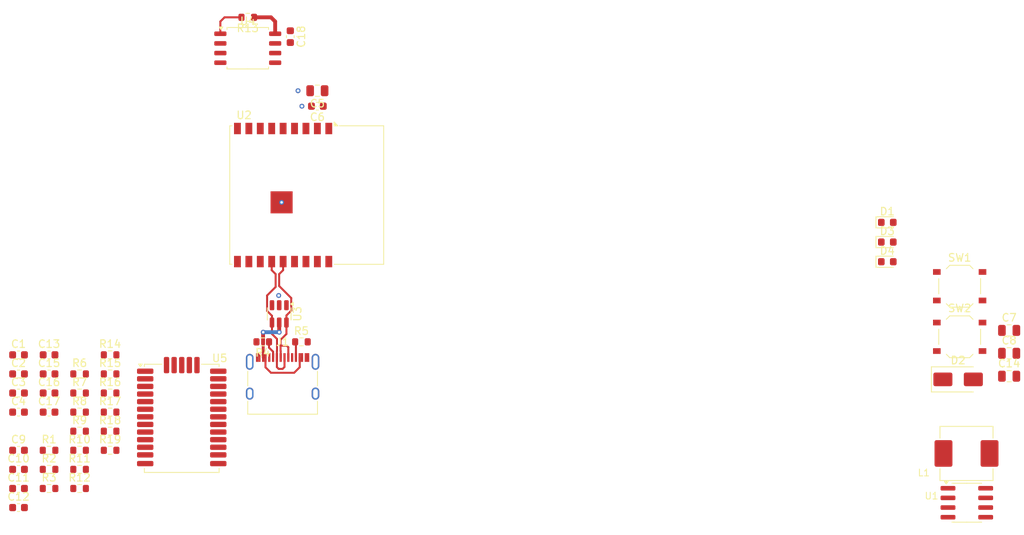
<source format=kicad_pcb>
(kicad_pcb (version 20241229) (generator "pcbnew") (generator_version "9.0")
  (layers (0 "F.Cu" signal) (2 "B.Cu" signal) (13 "F.Paste" user) (15 "B.Paste" user) (5 "F.SilkS" user "F.Silkscreen") (7 "B.SilkS" user "B.Silkscreen") (1 "F.Mask" user) (3 "B.Mask" user) (25 "Edge.Cuts" user))
  (net 0 "")
  (net 1 "VBUS")
  (net 2 "GND")
  (net 3 "/PH")
  (net 4 "/BOOT")
  (net 5 "+3V3")
  (net 6 "/COMP")
  (net 7 "/COMP_ZERO")
  (net 8 "/ESP32_EN")
  (net 9 "/BOOTMODE")
  (net 10 "/PWR_LED_C")
  (net 11 "/PPS_LED_C")
  (net 12 "/PPS")
  (net 13 "/FIX_3D_LED_C")
  (net 14 "/FIX_3D")
  (net 17 "/CONN_CC1")
  (net 18 "/USB_DP")
  (net 19 "/USB_DN")
  (net 20 "/CONN_CC2")
  (net 21 "/VSENSE")
  (net 22 "/I2C_SCLK")
  (net 23 "/I2C_SDA")
  (net 24 "Net-(U2-IO8)")
  (net 25 "/SPI2_SSEL")
  (net 26 "/RF_OUT")
  (net 27 "/RF_IN")
  (net 28 "/MCU_TX")
  (net 29 "/GPS_RX")
  (net 30 "/MCU_RX")
  (net 31 "/GPS_TX")
  (net 33 "/SPI2_MISO")
  (net 34 "/SPI2_MOSI")
  (net 36 "/SPI2_SCLK")
  (net 43 "/SLOWSTART")
  (net 44 "/BUCK_EN")
  (net 45 "/RESET")
  (footprint "Capacitor_SMD:C_0805_2012Metric" (layer "F.Cu") (at 199.588 99.041)
    (property "Reference" "C8" (at 0 -1.68 0) (layer "F.SilkS"))
    (property "Value" "47uF")
    (fp_line (start -0.261252 -0.735) (end 0.261252 -0.735) (stroke (width 0.12)) (layer "F.SilkS"))
    (fp_line (start -0.261252 0.735) (end 0.261252 0.735) (stroke (width 0.12)) (layer "F.SilkS"))
    (pad "1" smd roundrect (at -0.95 0) (size 1 1.45) (layers "F.Cu" "F.Mask" "F.Paste") (net 5 "+3V3"))
    (pad "2" smd roundrect (at 0.95 0) (size 1 1.45) (layers "F.Cu" "F.Mask" "F.Paste") (net 2 "GND"))
  )
  (footprint "Capacitor_SMD:C_0603_1608Metric" (layer "F.Cu") (at 73.465 104.265)
    (property "Reference" "C16" (at 0 -1.43 0) (layer "F.SilkS"))
    (property "Value" "100nF")
    (fp_line (start -0.14058 -0.51) (end 0.14058 -0.51) (stroke (width 0.12)) (layer "F.SilkS"))
    (fp_line (start -0.14058 0.51) (end 0.14058 0.51) (stroke (width 0.12)) (layer "F.SilkS"))
    (pad "1" smd roundrect (at -0.775 0) (size 0.9 0.95) (layers "F.Cu" "F.Mask" "F.Paste") (net 5 "+3V3"))
    (pad "2" smd roundrect (at 0.775 0) (size 0.9 0.95) (layers "F.Cu" "F.Mask" "F.Paste") (net 2 "GND"))
  )
  (footprint "Resistor_SMD:R_0603_1608Metric" (layer "F.Cu") (at 77.475 111.795)
    (property "Reference" "R10" (at 0 -1.43 0) (layer "F.SilkS"))
    (property "Value" "5k1")
    (fp_line (start -0.237258 -0.5225) (end 0.237258 -0.5225) (stroke (width 0.12)) (layer "F.SilkS"))
    (fp_line (start -0.237258 0.5225) (end 0.237258 0.5225) (stroke (width 0.12)) (layer "F.SilkS"))
    (pad "1" smd roundrect (at -0.825 0) (size 0.8 0.95) (layers "F.Cu" "F.Mask" "F.Paste") (net 5 "+3V3"))
    (pad "2" smd roundrect (at 0.825 0) (size 0.8 0.95) (layers "F.Cu" "F.Mask" "F.Paste") (net 23 "/I2C_SDA"))
  )
  (footprint "Capacitor_SMD:C_0603_1608Metric" (layer "F.Cu") (at 108.712 66.548 180)
    (property "Reference" "C6" (at 0 -1.43 0) (layer "F.SilkS"))
    (property "Value" "100nF")
    (fp_line (start -0.14058 0.51) (end 0.14058 0.51) (stroke (width 0.12)) (layer "F.SilkS"))
    (fp_line (start -0.14058 -0.51) (end 0.14058 -0.51) (stroke (width 0.12)) (layer "F.SilkS"))
    (pad "1" smd roundrect (at -0.775 0 180) (size 0.9 0.95) (layers "F.Cu" "F.Mask" "F.Paste") (net 5 "+3V3"))
    (pad "2" smd roundrect (at 0.775 0 180) (size 0.9 0.95) (layers "F.Cu" "F.Mask" "F.Paste") (net 2 "GND"))
  )
  (footprint "Resistor_SMD:R_0603_1608Metric" (layer "F.Cu") (at 101.537 97.536 180)
    (property "Reference" "R4" (at 0 -1.43 0) (layer "F.SilkS"))
    (property "Value" "5k1")
    (fp_line (start -0.237258 0.5225) (end 0.237258 0.5225) (stroke (width 0.12)) (layer "F.SilkS"))
    (fp_line (start -0.237258 -0.5225) (end 0.237258 -0.5225) (stroke (width 0.12)) (layer "F.SilkS"))
    (pad "1" smd roundrect (at -0.825 0 180) (size 0.8 0.95) (layers "F.Cu" "F.Mask" "F.Paste") (net 17 "/CONN_CC1"))
    (pad "2" smd roundrect (at 0.825 0 180) (size 0.8 0.95) (layers "F.Cu" "F.Mask" "F.Paste") (net 2 "GND"))
  )
  (footprint "Resistor_SMD:R_0603_1608Metric" (layer "F.Cu") (at 81.485 111.795)
    (property "Reference" "R19" (at 0 -1.43 0) (layer "F.SilkS"))
    (property "Value" "1k5")
    (fp_line (start -0.237258 -0.5225) (end 0.237258 -0.5225) (stroke (width 0.12)) (layer "F.SilkS"))
    (fp_line (start -0.237258 0.5225) (end 0.237258 0.5225) (stroke (width 0.12)) (layer "F.SilkS"))
    (pad "1" smd roundrect (at -0.825 0) (size 0.8 0.95) (layers "F.Cu" "F.Mask" "F.Paste") (net 2 "GND"))
    (pad "2" smd roundrect (at 0.825 0) (size 0.8 0.95) (layers "F.Cu" "F.Mask" "F.Paste") (net 11 "/PPS_LED_C"))
  )
  (footprint "Resistor_SMD:R_0603_1608Metric" (layer "F.Cu") (at 99.568 54.864 180)
    (property "Reference" "R13" (at 0 -1.43 0) (layer "F.SilkS"))
    (property "Value" "10k")
    (fp_line (start -0.237258 0.5225) (end 0.237258 0.5225) (stroke (width 0.12)) (layer "F.SilkS"))
    (fp_line (start -0.237258 -0.5225) (end 0.237258 -0.5225) (stroke (width 0.12)) (layer "F.SilkS"))
    (pad "1" smd roundrect (at -0.825 0 180) (size 0.8 0.95) (layers "F.Cu" "F.Mask" "F.Paste") (net 5 "+3V3"))
    (pad "2" smd roundrect (at 0.825 0 180) (size 0.8 0.95) (layers "F.Cu" "F.Mask" "F.Paste") (net 25 "/SPI2_SSEL"))
  )
  (footprint "Capacitor_SMD:C_0603_1608Metric" (layer "F.Cu") (at 69.455 111.795)
    (property "Reference" "C9" (at 0 -1.43 0) (layer "F.SilkS"))
    (property "Value" "1nF")
    (fp_line (start -0.14058 -0.51) (end 0.14058 -0.51) (stroke (width 0.12)) (layer "F.SilkS"))
    (fp_line (start -0.14058 0.51) (end 0.14058 0.51) (stroke (width 0.12)) (layer "F.SilkS"))
    (pad "1" smd roundrect (at -0.775 0) (size 0.9 0.95) (layers "F.Cu" "F.Mask" "F.Paste") (net 6 "/COMP"))
    (pad "2" smd roundrect (at 0.775 0) (size 0.9 0.95) (layers "F.Cu" "F.Mask" "F.Paste") (net 7 "/COMP_ZERO"))
  )
  (footprint "Resistor_SMD:R_0603_1608Metric" (layer "F.Cu") (at 106.617 97.536)
    (property "Reference" "R5" (at 0 -1.43 0) (layer "F.SilkS"))
    (property "Value" "5k1")
    (fp_line (start -0.237258 -0.5225) (end 0.237258 -0.5225) (stroke (width 0.12)) (layer "F.SilkS"))
    (fp_line (start -0.237258 0.5225) (end 0.237258 0.5225) (stroke (width 0.12)) (layer "F.SilkS"))
    (pad "1" smd roundrect (at -0.825 0) (size 0.8 0.95) (layers "F.Cu" "F.Mask" "F.Paste") (net 20 "/CONN_CC2"))
    (pad "2" smd roundrect (at 0.825 0) (size 0.8 0.95) (layers "F.Cu" "F.Mask" "F.Paste") (net 2 "GND"))
  )
  (footprint "Button_Switch_SMD:SW_Push_1P1T_XKB_TS-1187A" (layer "F.Cu") (at 193.088 90.221)
    (property "Reference" "SW1" (at 0 -3.75 0) (layer "F.SilkS"))
    (property "Value" "SW_Push")
    (fp_line (start -2.75 -1) (end -2.75 1) (stroke (width 0.12)) (layer "F.SilkS"))
    (fp_line (start -1.75 -2.3) (end -1.3 -2.75) (stroke (width 0.12)) (layer "F.SilkS"))
    (fp_line (start -1.75 2.3) (end -1.3 2.75) (stroke (width 0.12)) (layer "F.SilkS"))
    (fp_line (start -1.3 -2.75) (end 1.3 -2.75) (stroke (width 0.12)) (layer "F.SilkS"))
    (fp_line (start -1.3 2.75) (end 1.3 2.75) (stroke (width 0.12)) (layer "F.SilkS"))
    (fp_line (start 1.75 -2.3) (end 1.3 -2.75) (stroke (width 0.12)) (layer "F.SilkS"))
    (fp_line (start 1.75 2.3) (end 1.3 2.75) (stroke (width 0.12)) (layer "F.SilkS"))
    (fp_line (start 2.75 -1) (end 2.75 1) (stroke (width 0.12)) (layer "F.SilkS"))
    (pad "1" smd rect (at -3 -1.875) (size 1 0.75) (layers "F.Cu" "F.Mask" "F.Paste") (net 2 "GND"))
    (pad "1" smd rect (at 3 -1.875) (size 1 0.75) (layers "F.Cu" "F.Mask" "F.Paste") (net 2 "GND"))
    (pad "2" smd rect (at -3 1.875) (size 1 0.75) (layers "F.Cu" "F.Mask" "F.Paste") (net 8 "/ESP32_EN"))
    (pad "2" smd rect (at 3 1.875) (size 1 0.75) (layers "F.Cu" "F.Mask" "F.Paste") (net 8 "/ESP32_EN"))
  )
  (footprint "Resistor_SMD:R_0603_1608Metric" (layer "F.Cu") (at 77.475 109.285)
    (property "Reference" "R9" (at 0 -1.43 0) (layer "F.SilkS"))
    (property "Value" "5k1")
    (fp_line (start -0.237258 -0.5225) (end 0.237258 -0.5225) (stroke (width 0.12)) (layer "F.SilkS"))
    (fp_line (start -0.237258 0.5225) (end 0.237258 0.5225) (stroke (width 0.12)) (layer "F.SilkS"))
    (pad "1" smd roundrect (at -0.825 0) (size 0.8 0.95) (layers "F.Cu" "F.Mask" "F.Paste") (net 5 "+3V3"))
    (pad "2" smd roundrect (at 0.825 0) (size 0.8 0.95) (layers "F.Cu" "F.Mask" "F.Paste") (net 22 "/I2C_SCLK"))
  )
  (footprint "LED_SMD:LED_0603_1608Metric" (layer "F.Cu") (at 183.5785 84.412)
    (property "Reference" "D3" (at 0 -1.43 0) (layer "F.SilkS"))
    (property "Value" "NCD0603Y2")
    (fp_line (start -1.485 -0.735) (end -1.485 0.735) (stroke (width 0.12)) (layer "F.SilkS"))
    (fp_line (start -1.485 0.735) (end 0.8 0.735) (stroke (width 0.12)) (layer "F.SilkS"))
    (fp_line (start 0.8 -0.735) (end -1.485 -0.735) (stroke (width 0.12)) (layer "F.SilkS"))
    (pad "1" smd roundrect (at -0.7875 0) (size 0.875 0.95) (layers "F.Cu" "F.Mask" "F.Paste") (net 11 "/PPS_LED_C"))
    (pad "2" smd roundrect (at 0.7875 0) (size 0.875 0.95) (layers "F.Cu" "F.Mask" "F.Paste") (net 12 "/PPS"))
  )
  (footprint "LED_SMD:LED_0603_1608Metric" (layer "F.Cu") (at 183.5785 81.822)
    (property "Reference" "D1" (at 0 -1.43 0) (layer "F.SilkS"))
    (property "Value" "NCD0603Y2")
    (fp_line (start -1.485 -0.735) (end -1.485 0.735) (stroke (width 0.12)) (layer "F.SilkS"))
    (fp_line (start -1.485 0.735) (end 0.8 0.735) (stroke (width 0.12)) (layer "F.SilkS"))
    (fp_line (start 0.8 -0.735) (end -1.485 -0.735) (stroke (width 0.12)) (layer "F.SilkS"))
    (pad "1" smd roundrect (at -0.7875 0) (size 0.875 0.95) (layers "F.Cu" "F.Mask" "F.Paste") (net 10 "/PWR_LED_C"))
    (pad "2" smd roundrect (at 0.7875 0) (size 0.875 0.95) (layers "F.Cu" "F.Mask" "F.Paste") (net 5 "+3V3"))
  )
  (footprint "Package_SO:SOIC-8_5.23x5.23mm_P1.27mm" (layer "F.Cu") (at 99.568 58.928)
    (property "Reference" "U4" (at 0 -3.56 0) (layer "F.SilkS"))
    (property "Value" "W25Q128JVS")
    (fp_line (start -2.725 -2.725) (end -2.725 -2.465) (stroke (width 0.12)) (layer "F.SilkS"))
    (fp_line (start -2.725 2.725) (end -2.725 2.465) (stroke (width 0.12)) (layer "F.SilkS"))
    (fp_line (start 0 -2.725) (end -2.725 -2.725) (stroke (width 0.12)) (layer "F.SilkS"))
    (fp_line (start 0 -2.725) (end 2.725 -2.725) (stroke (width 0.12)) (layer "F.SilkS"))
    (fp_line (start 0 2.725) (end -2.725 2.725) (stroke (width 0.12)) (layer "F.SilkS"))
    (fp_line (start 0 2.725) (end 2.725 2.725) (stroke (width 0.12)) (layer "F.SilkS"))
    (fp_line (start 2.725 -2.725) (end 2.725 -2.465) (stroke (width 0.12)) (layer "F.SilkS"))
    (fp_line (start 2.725 2.725) (end 2.725 2.465) (stroke (width 0.12)) (layer "F.SilkS"))
    (fp_poly (pts (xy -3.5075 -2.465) (xy -3.7475 -2.795) (xy -3.2675 -2.795) (xy -3.5075 -2.465)) (stroke (width 0.12)) (fill yes) (layer "F.SilkS"))
    (pad "1" smd roundrect (at -3.6 -1.905) (size 1.6 0.6) (layers "F.Cu" "F.Mask" "F.Paste") (net 25 "/SPI2_SSEL"))
    (pad "2" smd roundrect (at -3.6 -0.635) (size 1.6 0.6) (layers "F.Cu" "F.Mask" "F.Paste") (net 33 "/SPI2_MISO"))
    (pad "3" smd roundrect (at -3.6 0.635) (size 1.6 0.6) (layers "F.Cu" "F.Mask" "F.Paste"))
    (pad "4" smd roundrect (at -3.6 1.905) (size 1.6 0.6) (layers "F.Cu" "F.Mask" "F.Paste") (net 2 "GND"))
    (pad "5" smd roundrect (at 3.6 1.905) (size 1.6 0.6) (layers "F.Cu" "F.Mask" "F.Paste") (net 34 "/SPI2_MOSI"))
    (pad "6" smd roundrect (at 3.6 0.635) (size 1.6 0.6) (layers "F.Cu" "F.Mask" "F.Paste") (net 36 "/SPI2_SCLK"))
    (pad "7" smd roundrect (at 3.6 -0.635) (size 1.6 0.6) (layers "F.Cu" "F.Mask" "F.Paste"))
    (pad "8" smd roundrect (at 3.6 -1.905) (size 1.6 0.6) (layers "F.Cu" "F.Mask" "F.Paste") (net 5 "+3V3"))
  )
  (footprint "Capacitor_SMD:C_0603_1608Metric" (layer "F.Cu") (at 69.455 99.245)
    (property "Reference" "C1" (at 0 -1.43 0) (layer "F.SilkS"))
    (property "Value" "4u7")
    (fp_line (start -0.14058 -0.51) (end 0.14058 -0.51) (stroke (width 0.12)) (layer "F.SilkS"))
    (fp_line (start -0.14058 0.51) (end 0.14058 0.51) (stroke (width 0.12)) (layer "F.SilkS"))
    (pad "1" smd roundrect (at -0.775 0) (size 0.9 0.95) (layers "F.Cu" "F.Mask" "F.Paste") (net 1 "VBUS"))
    (pad "2" smd roundrect (at 0.775 0) (size 0.9 0.95) (layers "F.Cu" "F.Mask" "F.Paste") (net 2 "GND"))
  )
  (footprint "Capacitor_SMD:C_0603_1608Metric" (layer "F.Cu") (at 69.455 106.775)
    (property "Reference" "C4" (at 0 -1.43 0) (layer "F.SilkS"))
    (property "Value" "100nF")
    (fp_line (start -0.14058 -0.51) (end 0.14058 -0.51) (stroke (width 0.12)) (layer "F.SilkS"))
    (fp_line (start -0.14058 0.51) (end 0.14058 0.51) (stroke (width 0.12)) (layer "F.SilkS"))
    (pad "1" smd roundrect (at -0.775 0) (size 0.9 0.95) (layers "F.Cu" "F.Mask" "F.Paste") (net 4 "/BOOT"))
    (pad "2" smd roundrect (at 0.775 0) (size 0.9 0.95) (layers "F.Cu" "F.Mask" "F.Paste") (net 3 "/PH"))
  )
  (footprint "Capacitor_SMD:C_0603_1608Metric" (layer "F.Cu") (at 69.455 114.305)
    (property "Reference" "C10" (at 0 -1.43 0) (layer "F.SilkS"))
    (property "Value" "47pF")
    (fp_line (start -0.14058 -0.51) (end 0.14058 -0.51) (stroke (width 0.12)) (layer "F.SilkS"))
    (fp_line (start -0.14058 0.51) (end 0.14058 0.51) (stroke (width 0.12)) (layer "F.SilkS"))
    (pad "1" smd roundrect (at -0.775 0) (size 0.9 0.95) (layers "F.Cu" "F.Mask" "F.Paste") (net 6 "/COMP"))
    (pad "2" smd roundrect (at 0.775 0) (size 0.9 0.95) (layers "F.Cu" "F.Mask" "F.Paste") (net 2 "GND"))
  )
  (footprint "Resistor_SMD:R_0603_1608Metric" (layer "F.Cu") (at 77.475 116.815)
    (property "Reference" "R12" (at 0 -1.43 0) (layer "F.SilkS"))
    (property "Value" "10k")
    (fp_line (start -0.237258 -0.5225) (end 0.237258 -0.5225) (stroke (width 0.12)) (layer "F.SilkS"))
    (fp_line (start -0.237258 0.5225) (end 0.237258 0.5225) (stroke (width 0.12)) (layer "F.SilkS"))
    (pad "1" smd roundrect (at -0.825 0) (size 0.8 0.95) (layers "F.Cu" "F.Mask" "F.Paste") (net 5 "+3V3"))
    (pad "2" smd roundrect (at 0.825 0) (size 0.8 0.95) (layers "F.Cu" "F.Mask" "F.Paste") (net 9 "/BOOTMODE"))
  )
  (footprint "Capacitor_SMD:C_0603_1608Metric" (layer "F.Cu") (at 73.465 99.245)
    (property "Reference" "C13" (at 0 -1.43 0) (layer "F.SilkS"))
    (property "Value" "4u7")
    (fp_line (start -0.14058 -0.51) (end 0.14058 -0.51) (stroke (width 0.12)) (layer "F.SilkS"))
    (fp_line (start -0.14058 0.51) (end 0.14058 0.51) (stroke (width 0.12)) (layer "F.SilkS"))
    (pad "1" smd roundrect (at -0.775 0) (size 0.9 0.95) (layers "F.Cu" "F.Mask" "F.Paste") (net 9 "/BOOTMODE"))
    (pad "2" smd roundrect (at 0.775 0) (size 0.9 0.95) (layers "F.Cu" "F.Mask" "F.Paste") (net 2 "GND"))
  )
  (footprint "Capacitor_SMD:C_0603_1608Metric" (layer "F.Cu") (at 73.465 101.755)
    (property "Reference" "C15" (at 0 -1.43 0) (layer "F.SilkS"))
    (property "Value" "100nF")
    (fp_line (start -0.14058 -0.51) (end 0.14058 -0.51) (stroke (width 0.12)) (layer "F.SilkS"))
    (fp_line (start -0.14058 0.51) (end 0.14058 0.51) (stroke (width 0.12)) (layer "F.SilkS"))
    (pad "1" smd roundrect (at -0.775 0) (size 0.9 0.95) (layers "F.Cu" "F.Mask" "F.Paste") (net 5 "+3V3"))
    (pad "2" smd roundrect (at 0.775 0) (size 0.9 0.95) (layers "F.Cu" "F.Mask" "F.Paste") (net 2 "GND"))
  )
  (footprint "Capacitor_SMD:C_0603_1608Metric" (layer "F.Cu") (at 105.156 57.404 -90)
    (property "Reference" "C18" (at 0 -1.43 90) (layer "F.SilkS"))
    (property "Value" "100nF")
    (fp_line (start -0.14058 0.51) (end 0.14058 0.51) (stroke (width 0.12)) (layer "F.SilkS"))
    (fp_line (start -0.14058 -0.51) (end 0.14058 -0.51) (stroke (width 0.12)) (layer "F.SilkS"))
    (pad "1" smd roundrect (at -0.775 0 270) (size 0.9 0.95) (layers "F.Cu" "F.Mask" "F.Paste") (net 5 "+3V3"))
    (pad "2" smd roundrect (at 0.775 0 270) (size 0.9 0.95) (layers "F.Cu" "F.Mask" "F.Paste") (net 2 "GND"))
  )
  (footprint "Resistor_SMD:R_0603_1608Metric" (layer "F.Cu") (at 73.465 114.305)
    (property "Reference" "R2" (at 0 -1.43 0) (layer "F.SilkS"))
    (property "Value" "1k5")
    (fp_line (start -0.237258 -0.5225) (end 0.237258 -0.5225) (stroke (width 0.12)) (layer "F.SilkS"))
    (fp_line (start -0.237258 0.5225) (end 0.237258 0.5225) (stroke (width 0.12)) (layer "F.SilkS"))
    (pad "1" smd roundrect (at -0.825 0) (size 0.8 0.95) (layers "F.Cu" "F.Mask" "F.Paste") (net 2 "GND"))
    (pad "2" smd roundrect (at 0.825 0) (size 0.8 0.95) (layers "F.Cu" "F.Mask" "F.Paste") (net 10 "/PWR_LED_C"))
  )
  (footprint "Capacitor_SMD:C_0603_1608Metric" (layer "F.Cu") (at 69.455 104.265)
    (property "Reference" "C3" (at 0 -1.43 0) (layer "F.SilkS"))
    (property "Value" "100nF")
    (fp_line (start -0.14058 -0.51) (end 0.14058 -0.51) (stroke (width 0.12)) (layer "F.SilkS"))
    (fp_line (start -0.14058 0.51) (end 0.14058 0.51) (stroke (width 0.12)) (layer "F.SilkS"))
    (pad "1" smd roundrect (at -0.775 0) (size 0.9 0.95) (layers "F.Cu" "F.Mask" "F.Paste") (net 1 "VBUS"))
    (pad "2" smd roundrect (at 0.775 0) (size 0.9 0.95) (layers "F.Cu" "F.Mask" "F.Paste") (net 2 "GND"))
  )
  (footprint "Resistor_SMD:R_0603_1608Metric" (layer "F.Cu") (at 81.485 106.775)
    (property "Reference" "R17" (at 0 -1.43 0) (layer "F.SilkS"))
    (property "Value" "0R")
    (fp_line (start -0.237258 -0.5225) (end 0.237258 -0.5225) (stroke (width 0.12)) (layer "F.SilkS"))
    (fp_line (start -0.237258 0.5225) (end 0.237258 0.5225) (stroke (width 0.12)) (layer "F.SilkS"))
    (pad "1" smd roundrect (at -0.825 0) (size 0.8 0.95) (layers "F.Cu" "F.Mask" "F.Paste") (net 29 "/GPS_RX"))
    (pad "2" smd roundrect (at 0.825 0) (size 0.8 0.95) (layers "F.Cu" "F.Mask" "F.Paste") (net 28 "/MCU_TX"))
  )
  (footprint "Resistor_SMD:R_0603_1608Metric" (layer "F.Cu") (at 77.475 114.305)
    (property "Reference" "R11" (at 0 -1.43 0) (layer "F.SilkS"))
    (property "Value" "10k")
    (fp_line (start -0.237258 -0.5225) (end 0.237258 -0.5225) (stroke (width 0.12)) (layer "F.SilkS"))
    (fp_line (start -0.237258 0.5225) (end 0.237258 0.5225) (stroke (width 0.12)) (layer "F.SilkS"))
    (pad "1" smd roundrect (at -0.825 0) (size 0.8 0.95) (layers "F.Cu" "F.Mask" "F.Paste") (net 5 "+3V3"))
    (pad "2" smd roundrect (at 0.825 0) (size 0.8 0.95) (layers "F.Cu" "F.Mask" "F.Paste") (net 24 "Net-(U2-IO8)"))
  )
  (footprint "LED_SMD:LED_0603_1608Metric" (layer "F.Cu") (at 183.5785 87.002)
    (property "Reference" "D4" (at 0 -1.43 0) (layer "F.SilkS"))
    (property "Value" "NCD0603Y2")
    (fp_line (start -1.485 -0.735) (end -1.485 0.735) (stroke (width 0.12)) (layer "F.SilkS"))
    (fp_line (start -1.485 0.735) (end 0.8 0.735) (stroke (width 0.12)) (layer "F.SilkS"))
    (fp_line (start 0.8 -0.735) (end -1.485 -0.735) (stroke (width 0.12)) (layer "F.SilkS"))
    (pad "1" smd roundrect (at -0.7875 0) (size 0.875 0.95) (layers "F.Cu" "F.Mask" "F.Paste") (net 13 "/FIX_3D_LED_C"))
    (pad "2" smd roundrect (at 0.7875 0) (size 0.875 0.95) (layers "F.Cu" "F.Mask" "F.Paste") (net 14 "/FIX_3D"))
  )
  (footprint "Capacitor_SMD:C_0603_1608Metric" (layer "F.Cu") (at 73.465 106.775)
    (property "Reference" "C17" (at 0 -1.43 0) (layer "F.SilkS"))
    (property "Value" "4u7")
    (fp_line (start -0.14058 -0.51) (end 0.14058 -0.51) (stroke (width 0.12)) (layer "F.SilkS"))
    (fp_line (start -0.14058 0.51) (end 0.14058 0.51) (stroke (width 0.12)) (layer "F.SilkS"))
    (pad "1" smd roundrect (at -0.775 0) (size 0.9 0.95) (layers "F.Cu" "F.Mask" "F.Paste") (net 5 "+3V3"))
    (pad "2" smd roundrect (at 0.775 0) (size 0.9 0.95) (layers "F.Cu" "F.Mask" "F.Paste") (net 2 "GND"))
  )
  (footprint "esp32-c3-gps-demo:ESP32-C3-WROOM-02_NoVias" (layer "F.Cu") (at 104.212 78.232 -90)
    (property "Reference" "U2" (at -10.5 5.13 0) (layer "F.SilkS"))
    (property "Value" "ESP32-C3-WROOM-02")
    (fp_line (start -9.11 7.01) (end 9.11 7.01) (stroke (width 0.12)) (layer "F.SilkS"))
    (fp_line (start -9.11 6.71) (end -9.11 7.01) (stroke (width 0.12)) (layer "F.SilkS"))
    (fp_line (start 9.11 6.71) (end 9.11 7.01) (stroke (width 0.12)) (layer "F.SilkS"))
    (fp_line (start -9.11 -13.21) (end -9.11 -7.4) (stroke (width 0.12)) (layer "F.SilkS"))
    (fp_line (start -9.11 -13.21) (end 9.11 -13.21) (stroke (width 0.12)) (layer "F.SilkS"))
    (fp_line (start 9.11 -13.21) (end 9.11 -6.71) (stroke (width 0.12)) (layer "F.SilkS"))
    (fp_poly (pts (xy -9.1 -6.7) (xy -9.6 -6.7) (xy -9.1 -7.2) (xy -9.1 -6.7)) (stroke (width 0.12)) (fill yes) (layer "F.SilkS"))
    (pad "1" smd rect (at -8.75 -6 270) (size 1.5 0.9) (layers "F.Cu" "F.Mask" "F.Paste") (net 5 "+3V3"))
    (pad "2" smd rect (at -8.75 -4.5 270) (size 1.5 0.9) (layers "F.Cu" "F.Mask" "F.Paste") (net 8 "/ESP32_EN"))
    (pad "3" smd rect (at -8.75 -3 270) (size 1.5 0.9) (layers "F.Cu" "F.Mask" "F.Paste") (net 36 "/SPI2_SCLK"))
    (pad "4" smd rect (at -8.75 -1.5 270) (size 1.5 0.9) (layers "F.Cu" "F.Mask" "F.Paste") (net 33 "/SPI2_MISO"))
    (pad "5" smd rect (at -8.75 0 270) (size 1.5 0.9) (layers "F.Cu" "F.Mask" "F.Paste") (net 34 "/SPI2_MOSI"))
    (pad "6" smd rect (at -8.75 1.5 270) (size 1.5 0.9) (layers "F.Cu" "F.Mask" "F.Paste") (net 25 "/SPI2_SSEL"))
    (pad "7" smd rect (at -8.75 3 270) (size 1.5 0.9) (layers "F.Cu" "F.Mask" "F.Paste") (net 24 "Net-(U2-IO8)"))
    (pad "8" smd rect (at -8.75 4.5 270) (size 1.5 0.9) (layers "F.Cu" "F.Mask" "F.Paste") (net 9 "/BOOTMODE"))
    (pad "9" smd rect (at -8.75 6 270) (size 1.5 0.9) (layers "F.Cu" "F.Mask" "F.Paste") (net 2 "GND"))
    (pad "10" smd rect (at 8.75 6 270) (size 1.5 0.9) (layers "F.Cu" "F.Mask" "F.Paste") (net 12 "/PPS"))
    (pad "11" smd rect (at 8.75 4.5 270) (size 1.5 0.9) (layers "F.Cu" "F.Mask" "F.Paste") (net 30 "/MCU_RX"))
    (pad "12" smd rect (at 8.75 3 270) (size 1.5 0.9) (layers "F.Cu" "F.Mask" "F.Paste") (net 28 "/MCU_TX"))
    (pad "13" smd rect (at 8.75 1.5 270) (size 1.5 0.9) (layers "F.Cu" "F.Mask" "F.Paste") (net 19 "/USB_DN"))
    (pad "14" smd rect (at 8.75 0 270) (size 1.5 0.9) (layers "F.Cu" "F.Mask" "F.Paste") (net 18 "/USB_DP"))
    (pad "15" smd rect (at 8.75 -1.5 270) (size 1.5 0.9) (layers "F.Cu" "F.Mask" "F.Paste") (net 22 "/I2C_SCLK"))
    (pad "16" smd rect (at 8.75 -3 270) (size 1.5 0.9) (layers "F.Cu" "F.Mask" "F.Paste") (net 23 "/I2C_SDA"))
    (pad "17" smd rect (at 8.75 -4.5 270) (size 1.5 0.9) (layers "F.Cu" "F.Mask" "F.Paste"))
    (pad "18" smd rect (at 8.75 -6 270) (size 1.5 0.9) (layers "F.Cu" "F.Mask" "F.Paste"))
    (pad "19" smd rect (at 0.96 0.2 270) (size 2.9 2.9) (property pad_prop_heatsink) (layers "F.Cu" "F.Mask") (net 2 "GND"))
  )
  (footprint "Resistor_SMD:R_0603_1608Metric" (layer "F.Cu") (at 73.465 116.815)
    (property "Reference" "R3" (at 0 -1.43 0) (layer "F.SilkS"))
    (property "Value" "10k")
    (fp_line (start -0.237258 -0.5225) (end 0.237258 -0.5225) (stroke (width 0.12)) (layer "F.SilkS"))
    (fp_line (start -0.237258 0.5225) (end 0.237258 0.5225) (stroke (width 0.12)) (layer "F.SilkS"))
    (pad "1" smd roundrect (at -0.825 0) (size 0.8 0.95) (layers "F.Cu" "F.Mask" "F.Paste") (net 5 "+3V3"))
    (pad "2" smd roundrect (at 0.825 0) (size 0.8 0.95) (layers "F.Cu" "F.Mask" "F.Paste") (net 8 "/ESP32_EN"))
  )
  (footprint "Diode_SMD:D_SMA" (layer "F.Cu") (at 192.883 102.471)
    (property "Reference" "D2" (at 0 -2.5 0) (layer "F.SilkS"))
    (property "Value" "SS34")
    (fp_line (start -3.51 -1.65) (end -3.51 1.65) (stroke (width 0.12)) (layer "F.SilkS"))
    (fp_line (start -3.51 -1.65) (end 2 -1.65) (stroke (width 0.12)) (layer "F.SilkS"))
    (fp_line (start -3.51 1.65) (end 2 1.65) (stroke (width 0.12)) (layer "F.SilkS"))
    (pad "1" smd roundrect (at -2 0) (size 2.5 1.8) (layers "F.Cu" "F.Mask" "F.Paste") (roundrect_rratio 0.1388888889) (net 3 "/PH"))
    (pad "2" smd roundrect (at 2 0) (size 2.5 1.8) (layers "F.Cu" "F.Mask" "F.Paste") (roundrect_rratio 0.1388888889) (net 2 "GND"))
  )
  (footprint "Capacitor_SMD:C_0805_2012Metric" (layer "F.Cu") (at 199.588 96.031)
    (property "Reference" "C7" (at 0 -1.68 0) (layer "F.SilkS"))
    (property "Value" "47uF")
    (fp_line (start -0.261252 -0.735) (end 0.261252 -0.735) (stroke (width 0.12)) (layer "F.SilkS"))
    (fp_line (start -0.261252 0.735) (end 0.261252 0.735) (stroke (width 0.12)) (layer "F.SilkS"))
    (pad "1" smd roundrect (at -0.95 0) (size 1 1.45) (layers "F.Cu" "F.Mask" "F.Paste") (net 5 "+3V3"))
    (pad "2" smd roundrect (at 0.95 0) (size 1 1.45) (layers "F.Cu" "F.Mask" "F.Paste") (net 2 "GND"))
  )
  (footprint "Package_SO:SOIC-8_3.9x4.9mm_P1.27mm" (layer "F.Cu") (at 194.0285 118.688)
    (property "Reference" "U1" (at -4.637 -0.889 0) (layer "F.SilkS") (effects (font (size 0.889 0.889) (thickness 0.127))))
    (property "Value" "TPS54331")
    (fp_line (start 0 -2.56) (end -1.95 -2.56) (stroke (width 0.12)) (layer "F.SilkS"))
    (fp_line (start 0 -2.56) (end 1.95 -2.56) (stroke (width 0.12)) (layer "F.SilkS"))
    (fp_line (start 0 2.56) (end -1.95 2.56) (stroke (width 0.12)) (layer "F.SilkS"))
    (fp_line (start 0 2.56) (end 1.95 2.56) (stroke (width 0.12)) (layer "F.SilkS"))
    (fp_poly (pts (xy -2.7 -2.465) (xy -2.94 -2.795) (xy -2.46 -2.795) (xy -2.7 -2.465)) (stroke (width 0.12)) (fill yes) (layer "F.SilkS"))
    (pad "1" smd roundrect (at -2.475 -1.905) (size 1.95 0.6) (layers "F.Cu" "F.Mask" "F.Paste") (net 4 "/BOOT"))
    (pad "2" smd roundrect (at -2.475 -0.635) (size 1.95 0.6) (layers "F.Cu" "F.Mask" "F.Paste") (net 1 "VBUS"))
    (pad "3" smd roundrect (at -2.475 0.635) (size 1.95 0.6) (layers "F.Cu" "F.Mask" "F.Paste") (net 44 "/BUCK_EN"))
    (pad "4" smd roundrect (at -2.475 1.905) (size 1.95 0.6) (layers "F.Cu" "F.Mask" "F.Paste") (net 43 "/SLOWSTART"))
    (pad "5" smd roundrect (at 2.475 1.905) (size 1.95 0.6) (layers "F.Cu" "F.Mask" "F.Paste") (net 21 "/VSENSE"))
    (pad "6" smd roundrect (at 2.475 0.635) (size 1.95 0.6) (layers "F.Cu" "F.Mask" "F.Paste") (net 6 "/COMP"))
    (pad "7" smd roundrect (at 2.475 -0.635) (size 1.95 0.6) (layers "F.Cu" "F.Mask" "F.Paste") (net 2 "GND"))
    (pad "8" smd roundrect (at 2.475 -1.905) (size 1.95 0.6) (layers "F.Cu" "F.Mask" "F.Paste") (net 3 "/PH"))
  )
  (footprint "Package_TO_SOT_SMD:SOT-23-6" (layer "F.Cu") (at 103.698 93.8585 -90)
    (property "Reference" "U3" (at 0 -2.4 90) (layer "F.SilkS"))
    (property "Value" "SRV05-4")
    (fp_line (start 0 1.56) (end -0.8 1.56) (stroke (width 0.12)) (layer "F.SilkS"))
    (fp_line (start 0 1.56) (end 0.8 1.56) (stroke (width 0.12)) (layer "F.SilkS"))
    (fp_line (start 0 -1.56) (end -0.8 -1.56) (stroke (width 0.12)) (layer "F.SilkS"))
    (fp_line (start 0 -1.56) (end 0.8 -1.56) (stroke (width 0.12)) (layer "F.SilkS"))
    (fp_poly (pts (xy -1.3 -1.51) (xy -1.54 -1.84) (xy -1.06 -1.84) (xy -1.3 -1.51)) (stroke (width 0.12)) (fill yes) (layer "F.SilkS"))
    (pad "1" smd roundrect (at -1.1375 -0.95 270) (size 1.325 0.6) (layers "F.Cu" "F.Mask" "F.Paste"))
    (pad "2" smd roundrect (at -1.1375 0 270) (size 1.325 0.6) (layers "F.Cu" "F.Mask" "F.Paste") (net 2 "GND"))
    (pad "3" smd roundrect (at -1.1375 0.95 270) (size 1.325 0.6) (layers "F.Cu" "F.Mask" "F.Paste"))
    (pad "4" smd roundrect (at 1.1375 0.95 270) (size 1.325 0.6) (layers "F.Cu" "F.Mask" "F.Paste") (net 19 "/USB_DN"))
    (pad "5" smd roundrect (at 1.1375 0 270) (size 1.325 0.6) (layers "F.Cu" "F.Mask" "F.Paste") (net 1 "VBUS"))
    (pad "6" smd roundrect (at 1.1375 -0.95 270) (size 1.325 0.6) (layers "F.Cu" "F.Mask" "F.Paste") (net 18 "/USB_DP"))
  )
  (footprint "Button_Switch_SMD:SW_Push_1P1T_XKB_TS-1187A" (layer "F.Cu") (at 193.088 96.871)
    (property "Reference" "SW2" (at 0 -3.75 0) (layer "F.SilkS"))
    (property "Value" "SW_Push")
    (fp_line (start -2.75 -1) (end -2.75 1) (stroke (width 0.12)) (layer "F.SilkS"))
    (fp_line (start -1.75 -2.3) (end -1.3 -2.75) (stroke (width 0.12)) (layer "F.SilkS"))
    (fp_line (start -1.75 2.3) (end -1.3 2.75) (stroke (width 0.12)) (layer "F.SilkS"))
    (fp_line (start -1.3 -2.75) (end 1.3 -2.75) (stroke (width 0.12)) (layer "F.SilkS"))
    (fp_line (start -1.3 2.75) (end 1.3 2.75) (stroke (width 0.12)) (layer "F.SilkS"))
    (fp_line (start 1.75 -2.3) (end 1.3 -2.75) (stroke (width 0.12)) (layer "F.SilkS"))
    (fp_line (start 1.75 2.3) (end 1.3 2.75) (stroke (width 0.12)) (layer "F.SilkS"))
    (fp_line (start 2.75 -1) (end 2.75 1) (stroke (width 0.12)) (layer "F.SilkS"))
    (pad "1" smd rect (at -3 -1.875) (size 1 0.75) (layers "F.Cu" "F.Mask" "F.Paste") (net 2 "GND"))
    (pad "1" smd rect (at 3 -1.875) (size 1 0.75) (layers "F.Cu" "F.Mask" "F.Paste") (net 2 "GND"))
    (pad "2" smd rect (at -3 1.875) (size 1 0.75) (layers "F.Cu" "F.Mask" "F.Paste") (net 9 "/BOOTMODE"))
    (pad "2" smd rect (at 3 1.875) (size 1 0.75) (layers "F.Cu" "F.Mask" "F.Paste") (net 9 "/BOOTMODE"))
  )
  (footprint "Resistor_SMD:R_0603_1608Metric" (layer "F.Cu") (at 81.485 104.265)
    (property "Reference" "R16" (at 0 -1.43 0) (layer "F.SilkS"))
    (property "Value" "0R")
    (fp_line (start -0.237258 -0.5225) (end 0.237258 -0.5225) (stroke (width 0.12)) (layer "F.SilkS"))
    (fp_line (start -0.237258 0.5225) (end 0.237258 0.5225) (stroke (width 0.12)) (layer "F.SilkS"))
    (pad "1" smd roundrect (at -0.825 0) (size 0.8 0.95) (layers "F.Cu" "F.Mask" "F.Paste") (net 31 "/GPS_TX"))
    (pad "2" smd roundrect (at 0.825 0) (size 0.8 0.95) (layers "F.Cu" "F.Mask" "F.Paste") (net 30 "/MCU_RX"))
  )
  (footprint "Resistor_SMD:R_0603_1608Metric" (layer "F.Cu") (at 77.475 101.755)
    (property "Reference" "R6" (at 0 -1.43 0) (layer "F.SilkS"))
    (property "Value" "10k")
    (fp_line (start -0.237258 -0.5225) (end 0.237258 -0.5225) (stroke (width 0.12)) (layer "F.SilkS"))
    (fp_line (start -0.237258 0.5225) (end 0.237258 0.5225) (stroke (width 0.12)) (layer "F.SilkS"))
    (pad "1" smd roundrect (at -0.825 0) (size 0.8 0.95) (layers "F.Cu" "F.Mask" "F.Paste") (net 5 "+3V3"))
    (pad "2" smd roundrect (at 0.825 0) (size 0.8 0.95) (layers "F.Cu" "F.Mask" "F.Paste") (net 21 "/VSENSE"))
  )
  (footprint "Resistor_SMD:R_0603_1608Metric" (layer "F.Cu") (at 81.485 101.755)
    (property "Reference" "R15" (at 0 -1.43 0) (layer "F.SilkS"))
    (property "Value" "0R")
    (fp_line (start -0.237258 -0.5225) (end 0.237258 -0.5225) (stroke (width 0.12)) (layer "F.SilkS"))
    (fp_line (start -0.237258 0.5225) (end 0.237258 0.5225) (stroke (width 0.12)) (layer "F.SilkS"))
    (pad "1" smd roundrect (at -0.825 0) (size 0.8 0.95) (layers "F.Cu" "F.Mask" "F.Paste") (net 26 "/RF_OUT"))
    (pad "2" smd roundrect (at 0.825 0) (size 0.8 0.95) (layers "F.Cu" "F.Mask" "F.Paste") (net 27 "/RF_IN"))
  )
  (footprint "RF_GPS:Quectel_L96" (layer "F.Cu") (at 90.895 107.595)
    (property "Reference" "U5" (at 4.99 -7.91 0) (layer "F.SilkS"))
    (property "Value" "L96-M33")
    (fp_line (start -4.91 -7.11) (end -2.61 -7.11) (stroke (width 0.12)) (layer "F.SilkS"))
    (fp_line (start -4.91 -6.81) (end -4.91 -7.11) (stroke (width 0.12)) (layer "F.SilkS"))
    (fp_line (start -4.91 7.11) (end -4.91 6.56) (stroke (width 0.12)) (layer "F.SilkS"))
    (fp_line (start 2.61 -7.11) (end 4.91 -7.11) (stroke (width 0.12)) (layer "F.SilkS"))
    (fp_line (start 4.91 -7.11) (end 4.91 -6.81) (stroke (width 0.12)) (layer "F.SilkS"))
    (fp_line (start 4.91 7.11) (end -4.91 7.11) (stroke (width 0.12)) (layer "F.SilkS"))
    (fp_line (start 4.91 7.11) (end 4.91 6.56) (stroke (width 0.12)) (layer "F.SilkS"))
    (fp_poly (pts (xy -5.43 -6.81) (xy -5.67 -7.14) (xy -5.19 -7.14) (xy -5.43 -6.81)) (stroke (width 0.12)) (fill yes) (layer "F.SilkS"))
    (pad "1" smd roundrect (at -4.8 -6.2) (size 2.15 0.7) (layers "F.Cu" "F.Mask" "F.Paste"))
    (pad "2" smd roundrect (at -4.8 -5.2) (size 2.15 0.7) (layers "F.Cu" "F.Mask" "F.Paste") (net 14 "/FIX_3D"))
    (pad "3" smd roundrect (at -4.8 -4.2) (size 2.15 0.7) (layers "F.Cu" "F.Mask" "F.Paste") (net 22 "/I2C_SCLK"))
    (pad "4" smd roundrect (at -4.8 -3.2) (size 2.15 0.7) (layers "F.Cu" "F.Mask" "F.Paste") (net 2 "GND"))
    (pad "5" smd roundrect (at -4.8 -2.2) (size 2.15 0.7) (layers "F.Cu" "F.Mask" "F.Paste") (net 2 "GND"))
    (pad "6" smd roundrect (at -4.8 -1.2) (size 2.15 0.7) (layers "F.Cu" "F.Mask" "F.Paste") (net 23 "/I2C_SDA"))
    (pad "7" smd roundrect (at -4.8 -0.2) (size 2.15 0.7) (layers "F.Cu" "F.Mask" "F.Paste"))
    (pad "8" smd roundrect (at -4.8 0.8) (size 2.15 0.7) (layers "F.Cu" "F.Mask" "F.Paste") (net 5 "+3V3"))
    (pad "9" smd roundrect (at -4.8 1.8) (size 2.15 0.7) (layers "F.Cu" "F.Mask" "F.Paste") (net 5 "+3V3"))
    (pad "10" smd roundrect (at -4.8 2.8) (size 2.15 0.7) (layers "F.Cu" "F.Mask" "F.Paste") (net 2 "GND"))
    (pad "11" smd roundrect (at -4.8 3.8) (size 2.15 0.7) (layers "F.Cu" "F.Mask" "F.Paste") (net 2 "GND"))
    (pad "12" smd roundrect (at -4.8 4.8) (size 2.15 0.7) (layers "F.Cu" "F.Mask" "F.Paste") (net 2 "GND"))
    (pad "13" smd roundrect (at -4.8 5.95) (size 2.15 0.7) (layers "F.Cu" "F.Mask" "F.Paste") (net 2 "GND"))
    (pad "14" smd roundrect (at 4.8 5.95) (size 2.15 0.7) (layers "F.Cu" "F.Mask" "F.Paste") (net 2 "GND"))
    (pad "15" smd roundrect (at 4.8 4.8) (size 2.15 0.7) (layers "F.Cu" "F.Mask" "F.Paste") (net 2 "GND"))
    (pad "16" smd roundrect (at 4.8 3.8) (size 2.15 0.7) (layers "F.Cu" "F.Mask" "F.Paste") (net 26 "/RF_OUT"))
    (pad "17" smd roundrect (at 4.8 2.8) (size 2.15 0.7) (layers "F.Cu" "F.Mask" "F.Paste") (net 27 "/RF_IN"))
    (pad "18" smd roundrect (at 4.8 1.8) (size 2.15 0.7) (layers "F.Cu" "F.Mask" "F.Paste") (net 2 "GND"))
    (pad "19" smd roundrect (at 4.8 0.8) (size 2.15 0.7) (layers "F.Cu" "F.Mask" "F.Paste") (net 2 "GND"))
    (pad "20" smd roundrect (at 4.8 -0.2) (size 2.15 0.7) (layers "F.Cu" "F.Mask" "F.Paste"))
    (pad "21" smd roundrect (at 4.8 -1.2) (size 2.15 0.7) (layers "F.Cu" "F.Mask" "F.Paste") (net 2 "GND"))
    (pad "22" smd roundrect (at 4.8 -2.2) (size 2.15 0.7) (layers "F.Cu" "F.Mask" "F.Paste") (net 2 "GND"))
    (pad "23" smd roundrect (at 4.8 -3.2) (size 2.15 0.7) (layers "F.Cu" "F.Mask" "F.Paste") (net 45 "/RESET"))
    (pad "24" smd roundrect (at 4.8 -4.2) (size 2.15 0.7) (layers "F.Cu" "F.Mask" "F.Paste"))
    (pad "25" smd roundrect (at 4.8 -5.2) (size 2.15 0.7) (layers "F.Cu" "F.Mask" "F.Paste") (net 31 "/GPS_TX"))
    (pad "26" smd roundrect (at 4.8 -6.2) (size 2.15 0.7) (layers "F.Cu" "F.Mask" "F.Paste") (net 29 "/GPS_RX"))
    (pad "27" smd roundrect (at 2 -7 90) (size 2.15 0.7) (layers "F.Cu" "F.Mask" "F.Paste") (net 2 "GND"))
    (pad "28" smd roundrect (at 1 -7 90) (size 2.15 0.7) (layers "F.Cu" "F.Mask" "F.Paste"))
    (pad "29" smd roundrect (at 0 -7 90) (size 2.15 0.7) (layers "F.Cu" "F.Mask" "F.Paste") (net 12 "/PPS"))
    (pad "30" smd roundrect (at -1 -7 90) (size 2.15 0.7) (layers "F.Cu" "F.Mask" "F.Paste"))
    (pad "31" smd roundrect (at -2 -7 90) (size 2.15 0.7) (layers "F.Cu" "F.Mask" "F.Paste") (net 2 "GND"))
  )
  (footprint "Connector_USB:USB_C_Receptacle_XKB_U262-16XN-4BVC11" (layer "F.Cu") (at 104.145 103.265)
    (property "Reference" "J1" (at 0 -5.715 0) (layer "F.SilkS"))
    (property "Value" "USB_C_Receptacle_USB2.0_16P")
    (fp_line (start -4.58 -1.85) (end -4.58 0.07) (stroke (width 0.12)) (layer "F.SilkS"))
    (fp_line (start -4.58 3.785) (end -4.58 2.08) (stroke (width 0.12)) (layer "F.SilkS"))
    (fp_line (start 4.58 0.07) (end 4.58 -1.85) (stroke (width 0.12)) (layer "F.SilkS"))
    (fp_line (start 4.58 2.08) (end 4.58 3.785) (stroke (width 0.12)) (layer "F.SilkS"))
    (fp_line (start 4.58 3.785) (end -4.58 3.785) (stroke (width 0.12)) (layer "F.SilkS"))
    (pad "" np_thru_hole circle (at -2.89 -2.605) (size 0.65 0.65) (drill 0.65) (layers "*.Cu" "*.Mask"))
    (pad "" np_thru_hole circle (at 2.89 -2.605) (size 0.65 0.65) (drill 0.65) (layers "*.Cu" "*.Mask"))
    (pad "A1" smd rect (at -3.35 -3.67) (size 0.3 1.15) (layers "F.Cu" "F.Mask" "F.Paste") (net 2 "GND"))
    (pad "A4" smd rect (at -2.55 -3.67) (size 0.3 1.15) (layers "F.Cu" "F.Mask" "F.Paste") (net 1 "VBUS"))
    (pad "A5" smd rect (at -1.25 -3.67) (size 0.3 1.15) (layers "F.Cu" "F.Mask" "F.Paste") (net 17 "/CONN_CC1"))
    (pad "A6" smd rect (at -0.25 -3.67) (size 0.3 1.15) (layers "F.Cu" "F.Mask" "F.Paste") (net 18 "/USB_DP"))
    (pad "A7" smd rect (at 0.25 -3.67) (size 0.3 1.15) (layers "F.Cu" "F.Mask" "F.Paste") (net 19 "/USB_DN"))
    (pad "A8" smd rect (at 1.25 -3.67) (size 0.3 1.15) (layers "F.Cu" "F.Mask" "F.Paste"))
    (pad "A9" smd rect (at 2.55 -3.67) (size 0.3 1.15) (layers "F.Cu" "F.Mask" "F.Paste") (net 1 "VBUS"))
    (pad "A12" smd rect (at 3.35 -3.67) (size 0.3 1.15) (layers "F.Cu" "F.Mask" "F.Paste") (net 2 "GND"))
    (pad "B1" smd rect (at 3.05 -3.67) (size 0.3 1.15) (layers "F.Cu" "F.Mask" "F.Paste") (net 2 "GND"))
    (pad "B4" smd rect (at 2.25 -3.67) (size 0.3 1.15) (layers "F.Cu" "F.Mask" "F.Paste") (net 1 "VBUS"))
    (pad "B5" smd rect (at 1.75 -3.67) (size 0.3 1.15) (layers "F.Cu" "F.Mask" "F.Paste") (net 20 "/CONN_CC2"))
    (pad "B6" smd rect (at 0.75 -3.67) (size 0.3 1.15) (layers "F.Cu" "F.Mask" "F.Paste") (net 18 "/USB_DP"))
    (pad "B7" smd rect (at -0.75 -3.67) (size 0.3 1.15) (layers "F.Cu" "F.Mask" "F.Paste") (net 19 "/USB_DN"))
    (pad "B8" smd rect (at -1.75 -3.67) (size 0.3 1.15) (layers "F.Cu" "F.Mask" "F.Paste"))
    (pad "B9" smd rect (at -2.25 -3.67) (size 0.3 1.15) (layers "F.Cu" "F.Mask" "F.Paste") (net 1 "VBUS"))
    (pad "B12" smd rect (at -3.05 -3.67) (size 0.3 1.15) (layers "F.Cu" "F.Mask" "F.Paste") (net 2 "GND"))
    (pad "S1" thru_hole oval (at -4.32 -3.105) (size 1 2.1) (drill oval 0.6 1.7) (property pad_prop_heatsink) (layers "*.Cu" "*.Mask") (net 2 "GND"))
    (pad "S1" thru_hole oval (at -4.32 1.075) (size 1 1.6) (drill oval 0.6 1.2) (property pad_prop_heatsink) (layers "*.Cu" "*.Mask") (net 2 "GND"))
    (pad "S1" thru_hole oval (at 4.32 -3.105) (size 1 2.1) (drill oval 0.6 1.7) (property pad_prop_heatsink) (layers "*.Cu" "*.Mask") (net 2 "GND"))
    (pad "S1" thru_hole oval (at 4.32 1.075) (size 1 1.6) (drill oval 0.6 1.2) (property pad_prop_heatsink) (layers "*.Cu" "*.Mask") (net 2 "GND"))
  )
  (footprint "Capacitor_SMD:C_0603_1608Metric" (layer "F.Cu") (at 69.455 116.815)
    (property "Reference" "C11" (at 0 -1.43 0) (layer "F.SilkS"))
    (property "Value" "10nF")
    (fp_line (start -0.14058 -0.51) (end 0.14058 -0.51) (stroke (width 0.12)) (layer "F.SilkS"))
    (fp_line (start -0.14058 0.51) (end 0.14058 0.51) (stroke (width 0.12)) (layer "F.SilkS"))
    (pad "1" smd roundrect (at -0.775 0) (size 0.9 0.95) (layers "F.Cu" "F.Mask" "F.Paste") (net 43 "/SLOWSTART"))
    (pad "2" smd roundrect (at 0.775 0) (size 0.9 0.95) (layers "F.Cu" "F.Mask" "F.Paste") (net 2 "GND"))
  )
  (footprint "Inductor_SMD:L_Changjiang_FXL0630" (layer "F.Cu") (at 193.9865 112.211 180)
    (property "Reference" "L1" (at 5.611 -2.54 0) (layer "F.SilkS") (effects (font (size 0.889 0.889) (thickness 0.127))))
    (property "Value" "10uH")
    (fp_line (start 3.485 3.56) (end 3.485 2.01) (stroke (width 0.12)) (layer "F.SilkS"))
    (fp_line (start 3.485 -3.56) (end 3.485 -2.01) (stroke (width 0.12)) (layer "F.SilkS"))
    (fp_line (start -3.485 3.56) (end 3.485 3.56) (stroke (width 0.12)) (layer "F.SilkS"))
    (fp_line (start -3.485 3.56) (end -3.485 2.01) (stroke (width 0.12)) (layer "F.SilkS"))
    (fp_line (start -3.485 -3.56) (end 3.485 -3.56) (stroke (width 0.12)) (layer "F.SilkS"))
    (fp_line (start -3.485 -3.56) (end -3.485 -2.01) (stroke (width 0.12)) (layer "F.SilkS"))
    (pad "1" smd roundrect (at -3.025 0 180) (size 2.35 3.5) (layers "F.Cu" "F.Mask" "F.Paste") (roundrect_rratio 0.106383) (net 3 "/PH"))
    (pad "2" smd roundrect (at 3.025 0 180) (size 2.35 3.5) (layers "F.Cu" "F.Mask" "F.Paste") (roundrect_rratio 0.106383) (net 5 "+3V3"))
  )
  (footprint "Resistor_SMD:R_0603_1608Metric" (layer "F.Cu") (at 81.485 109.285)
    (property "Reference" "R18" (at 0 -1.43 0) (layer "F.SilkS"))
    (property "Value" "1k5")
    (fp_line (start -0.237258 -0.5225) (end 0.237258 -0.5225) (stroke (width 0.12)) (layer "F.SilkS"))
    (fp_line (start -0.237258 0.5225) (end 0.237258 0.5225) (stroke (width 0.12)) (layer "F.SilkS"))
    (pad "1" smd roundrect (at -0.825 0) (size 0.8 0.95) (layers "F.Cu" "F.Mask" "F.Paste") (net 2 "GND"))
    (pad "2" smd roundrect (at 0.825 0) (size 0.8 0.95) (layers "F.Cu" "F.Mask" "F.Paste") (net 13 "/FIX_3D_LED_C"))
  )
  (footprint "Resistor_SMD:R_0603_1608Metric" (layer "F.Cu") (at 81.485 99.245)
    (property "Reference" "R14" (at 0 -1.43 0) (layer "F.SilkS"))
    (property "Value" "10k")
    (fp_line (start -0.237258 -0.5225) (end 0.237258 -0.5225) (stroke (width 0.12)) (layer "F.SilkS"))
    (fp_line (start -0.237258 0.5225) (end 0.237258 0.5225) (stroke (width 0.12)) (layer "F.SilkS"))
    (pad "1" smd roundrect (at -0.825 0) (size 0.8 0.95) (layers "F.Cu" "F.Mask" "F.Paste") (net 5 "+3V3"))
    (pad "2" smd roundrect (at 0.825 0) (size 0.8 0.95) (layers "F.Cu" "F.Mask" "F.Paste") (net 45 "/RESET"))
  )
  (footprint "Resistor_SMD:R_0603_1608Metric" (layer "F.Cu") (at 73.465 111.795)
    (property "Reference" "R1" (at 0 -1.43 0) (layer "F.SilkS"))
    (property "Value" "10k")
    (fp_line (start -0.237258 -0.5225) (end 0.237258 -0.5225) (stroke (width 0.12)) (layer "F.SilkS"))
    (fp_line (start -0.237258 0.5225) (end 0.237258 0.5225) (stroke (width 0.12)) (layer "F.SilkS"))
    (pad "1" smd roundrect (at -0.825 0) (size 0.8 0.95) (layers "F.Cu" "F.Mask" "F.Paste") (net 1 "VBUS"))
    (pad "2" smd roundrect (at 0.825 0) (size 0.8 0.95) (layers "F.Cu" "F.Mask" "F.Paste") (net 44 "/BUCK_EN"))
  )
  (footprint "Capacitor_SMD:C_0603_1608Metric" (layer "F.Cu") (at 69.455 101.755)
    (property "Reference" "C2" (at 0 -1.43 0) (layer "F.SilkS"))
    (property "Value" "4u7")
    (fp_line (start -0.14058 -0.51) (end 0.14058 -0.51) (stroke (width 0.12)) (layer "F.SilkS"))
    (fp_line (start -0.14058 0.51) (end 0.14058 0.51) (stroke (width 0.12)) (layer "F.SilkS"))
    (pad "1" smd roundrect (at -0.775 0) (size 0.9 0.95) (layers "F.Cu" "F.Mask" "F.Paste") (net 1 "VBUS"))
    (pad "2" smd roundrect (at 0.775 0) (size 0.9 0.95) (layers "F.Cu" "F.Mask" "F.Paste") (net 2 "GND"))
  )
  (footprint "Resistor_SMD:R_0603_1608Metric" (layer "F.Cu") (at 77.475 106.775)
    (property "Reference" "R8" (at 0 -1.43 0) (layer "F.SilkS"))
    (property "Value" "30k")
    (fp_line (start -0.237258 -0.5225) (end 0.237258 -0.5225) (stroke (width 0.12)) (layer "F.SilkS"))
    (fp_line (start -0.237258 0.5225) (end 0.237258 0.5225) (stroke (width 0.12)) (layer "F.SilkS"))
    (pad "1" smd roundrect (at -0.825 0) (size 0.8 0.95) (layers "F.Cu" "F.Mask" "F.Paste") (net 7 "/COMP_ZERO"))
    (pad "2" smd roundrect (at 0.825 0) (size 0.8 0.95) (layers "F.Cu" "F.Mask" "F.Paste") (net 2 "GND"))
  )
  (footprint "Capacitor_SMD:C_0603_1608Metric" (layer "F.Cu") (at 69.455 119.325)
    (property "Reference" "C12" (at 0 -1.43 0) (layer "F.SilkS"))
    (property "Value" "4u7")
    (fp_line (start -0.14058 -0.51) (end 0.14058 -0.51) (stroke (width 0.12)) (layer "F.SilkS"))
    (fp_line (start -0.14058 0.51) (end 0.14058 0.51) (stroke (width 0.12)) (layer "F.SilkS"))
    (pad "1" smd roundrect (at -0.775 0) (size 0.9 0.95) (layers "F.Cu" "F.Mask" "F.Paste") (net 8 "/ESP32_EN"))
    (pad "2" smd roundrect (at 0.775 0) (size 0.9 0.95) (layers "F.Cu" "F.Mask" "F.Paste") (net 2 "GND"))
  )
  (footprint "Resistor_SMD:R_0603_1608Metric" (layer "F.Cu") (at 77.475 104.265)
    (property "Reference" "R7" (at 0 -1.43 0) (layer "F.SilkS"))
    (property "Value" "3k3")
    (fp_line (start -0.237258 -0.5225) (end 0.237258 -0.5225) (stroke (width 0.12)) (layer "F.SilkS"))
    (fp_line (start -0.237258 0.5225) (end 0.237258 0.5225) (stroke (width 0.12)) (layer "F.SilkS"))
    (pad "1" smd roundrect (at -0.825 0) (size 0.8 0.95) (layers "F.Cu" "F.Mask" "F.Paste") (net 21 "/VSENSE"))
    (pad "2" smd roundrect (at 0.825 0) (size 0.8 0.95) (layers "F.Cu" "F.Mask" "F.Paste") (net 2 "GND"))
  )
  (footprint "Capacitor_SMD:C_0805_2012Metric" (layer "F.Cu") (at 108.712 64.516 180)
    (property "Reference" "C5" (at 0 -1.68 0) (layer "F.SilkS"))
    (property "Value" "47uF")
    (fp_line (start -0.261252 0.735) (end 0.261252 0.735) (stroke (width 0.12)) (layer "F.SilkS"))
    (fp_line (start -0.261252 -0.735) (end 0.261252 -0.735) (stroke (width 0.12)) (layer "F.SilkS"))
    (pad "1" smd roundrect (at -0.95 0 180) (size 1 1.45) (layers "F.Cu" "F.Mask" "F.Paste") (net 5 "+3V3"))
    (pad "2" smd roundrect (at 0.95 0 180) (size 1 1.45) (layers "F.Cu" "F.Mask" "F.Paste") (net 2 "GND"))
  )
  (footprint "Capacitor_SMD:C_0805_2012Metric" (layer "F.Cu") (at 199.588 102.051)
    (property "Reference" "C14" (at 0 -1.68 0) (layer "F.SilkS"))
    (property "Value" "47uF")
    (fp_line (start -0.261252 -0.735) (end 0.261252 -0.735) (stroke (width 0.12)) (layer "F.SilkS"))
    (fp_line (start -0.261252 0.735) (end 0.261252 0.735) (stroke (width 0.12)) (layer "F.SilkS"))
    (pad "1" smd roundrect (at -0.95 0) (size 1 1.45) (layers "F.Cu" "F.Mask" "F.Paste") (net 5 "+3V3"))
    (pad "2" smd roundrect (at 0.95 0) (size 1 1.45) (layers "F.Cu" "F.Mask" "F.Paste") (net 2 "GND"))
  )
  (segment (start 101.595 99.595) (end 101.595 97.805) (width 0.381) (layer "F.Cu") (net 1))
  (segment (start 103.698 94.996) (end 103.698 96.266) (width 0.508) (layer "F.Cu") (net 1))
  (segment (start 106.395 100.869) (end 106.395 99.595) (width 0.261112) (layer "F.Cu") (net 1))
  (segment (start 101.58 96.286) (end 101.58 97.79) (width 0.508) (layer "F.Cu") (net 1))
  (segment (start 101.6 96.266) (end 101.58 96.286) (width 0.508) (layer "F.Cu") (net 1))
  (segment (start 105.664 101.6) (end 106.395 100.869) (width 0.261112) (layer "F.Cu") (net 1))
  (segment (start 102.616 101.6) (end 105.664 101.6) (width 0.261112) (layer "F.Cu") (net 1))
  (segment (start 101.595 97.805) (end 101.58 97.79) (width 0.381) (layer "F.Cu") (net 1))
  (segment (start 101.895 99.595) (end 101.895 100.879) (width 0.261112) (layer "F.Cu") (net 1))
  (segment (start 101.895 100.879) (end 102.616 101.6) (width 0.261112) (layer "F.Cu") (net 1))
  (via (at 103.698 96.266) (size 0.635) (drill 0.3302) (layers "F.Cu" "B.Cu") (net 1))
  (via (at 101.6 96.266) (size 0.635) (drill 0.3302) (layers "F.Cu" "B.Cu") (net 1))
  (segment (start 101.6 96.266) (end 103.698 96.266) (width 0.508) (layer "B.Cu") (net 1))
  (via (at 106.172 64.516) (size 0.635) (drill 0.3302) (layers "F.Cu" "B.Cu") (net 2))
  (via (at 104.012 79.192) (size 0.635) (drill 0.3302) (layers "F.Cu" "B.Cu") (net 2))
  (via (at 106.68 66.548) (size 0.635) (drill 0.3302) (layers "F.Cu" "B.Cu") (net 2))
  (via (at 103.632 91.44) (size 0.635) (drill 0.3302) (layers "F.Cu" "B.Cu") (net 2))
  (segment (start 103.168 55.416) (end 103.168 57.023) (width 0.508) (layer "F.Cu") (net 5))
  (segment (start 100.393 54.864) (end 102.616 54.864) (width 0.508) (layer "F.Cu") (net 5))
  (segment (start 102.616 54.864) (end 103.168 55.416) (width 0.508) (layer "F.Cu") (net 5))
  (segment (start 102.895 98.831) (end 102.895 99.595) (width 0.267208) (layer "F.Cu") (net 17))
  (segment (start 102.362 97.536) (end 102.362 98.298) (width 0.267208) (layer "F.Cu") (net 17))
  (segment (start 102.362 98.298) (end 102.895 98.831) (width 0.267208) (layer "F.Cu") (net 17))
  (segment (start 103.895 99.595) (end 103.895 98.732499) (width 0.261112) (layer "F.Cu") (net 18))
  (segment (start 103.694156 88.624845) (end 103.694156 90.193162) (width 0.261112) (layer "F.Cu") (net 18))
  (segment (start 103.694156 90.193162) (end 105.277676 91.776682) (width 0.261112) (layer "F.Cu") (net 18))
  (segment (start 103.877156 97.268595) (end 103.877156 97.536) (width 0.261112) (layer "F.Cu") (net 18))
  (segment (start 103.877156 98.044) (end 103.877156 97.536) (width 0.261112) (layer "F.Cu") (net 18))
  (segment (start 104.212 86.982) (end 104.212 88.107001) (width 0.261112) (layer "F.Cu") (net 18))
  (segment (start 104.692176 98.044) (end 103.877156 98.044) (width 0.261112) (layer "F.Cu") (net 18))
  (segment (start 105.277676 93.436346) (end 104.648 94.066022) (width 0.261112) (layer "F.Cu") (net 18))
  (segment (start 104.648 96.497751) (end 103.877156 97.268595) (width 0.261112) (layer "F.Cu") (net 18))
  (segment (start 104.648 95.504) (end 104.648 96.497751) (width 0.261112) (layer "F.Cu") (net 18))
  (segment (start 104.648 94.066022) (end 104.648 94.996) (width 0.261112) (layer "F.Cu") (net 18))
  (segment (start 104.895 98.246824) (end 104.692176 98.044) (width 0.261112) (layer "F.Cu") (net 18))
  (segment (start 103.877156 98.714655) (end 103.877156 98.044) (width 0.261112) (layer "F.Cu") (net 18))
  (segment (start 104.895 99.595) (end 104.895 98.246824) (width 0.261112) (layer "F.Cu") (net 18))
  (segment (start 103.895 98.732499) (end 103.877156 98.714655) (width 0.261112) (layer "F.Cu") (net 18))
  (segment (start 105.277676 91.776682) (end 105.277676 93.436346) (width 0.261112) (layer "F.Cu") (net 18))
  (segment (start 104.212 88.107001) (end 103.694156 88.624845) (width 0.261112) (layer "F.Cu") (net 18))
  (segment (start 102.108 93.472) (end 102.108 91.44) (width 0.261112) (layer "F.Cu") (net 19))
  (segment (start 104.395 100.837) (end 104.395 99.595) (width 0.261112) (layer "F.Cu") (net 19))
  (segment (start 102.712 88.107001) (end 102.712 86.982) (width 0.261112) (layer "F.Cu") (net 19))
  (segment (start 102.748 94.996) (end 102.748 94.112) (width 0.261112) (layer "F.Cu") (net 19))
  (segment (start 103.229844 88.624845) (end 102.712 88.107001) (width 0.261112) (layer "F.Cu") (net 19))
  (segment (start 103.632 101.092) (end 104.14 101.092) (width 0.261112) (layer "F.Cu") (net 19))
  (segment (start 103.412844 97.358317) (end 103.412844 98.714655) (width 0.261112) (layer "F.Cu") (net 19))
  (segment (start 102.108 91.44) (end 103.229844 90.318156) (width 0.261112) (layer "F.Cu") (net 19))
  (segment (start 102.748 95.504) (end 102.748 96.497751) (width 0.261112) (layer "F.Cu") (net 19))
  (segment (start 103.412844 97.162595) (end 103.412844 97.358317) (width 0.261112) (layer "F.Cu") (net 19))
  (segment (start 103.412844 98.714655) (end 103.395 98.732499) (width 0.261112) (layer "F.Cu") (net 19))
  (segment (start 103.229844 90.318156) (end 103.229844 88.624845) (width 0.261112) (layer "F.Cu") (net 19))
  (segment (start 104.14 101.092) (end 104.395 100.837) (width 0.261112) (layer "F.Cu") (net 19))
  (segment (start 103.395 99.595) (end 103.395 100.855) (width 0.261112) (layer "F.Cu") (net 19))
  (segment (start 103.395 98.732499) (end 103.395 99.595) (width 0.261112) (layer "F.Cu") (net 19))
  (segment (start 102.748 94.112) (end 102.108 93.472) (width 0.261112) (layer "F.Cu") (net 19))
  (segment (start 102.748 96.497751) (end 103.412844 97.162595) (width 0.261112) (layer "F.Cu") (net 19))
  (segment (start 103.395 100.855) (end 103.632 101.092) (width 0.261112) (layer "F.Cu") (net 19))
  (segment (start 105.895 99.595) (end 105.895 97.767) (width 0.267208) (layer "F.Cu") (net 20))
  (segment (start 95.968 55.416) (end 96.52 54.864) (width 0.267208) (layer "F.Cu") (net 25))
  (segment (start 96.52 54.864) (end 98.743 54.864) (width 0.267208) (layer "F.Cu") (net 25))
  (segment (start 95.968 57.023) (end 95.968 55.416) (width 0.267208) (layer "F.Cu") (net 25))
)
</source>
